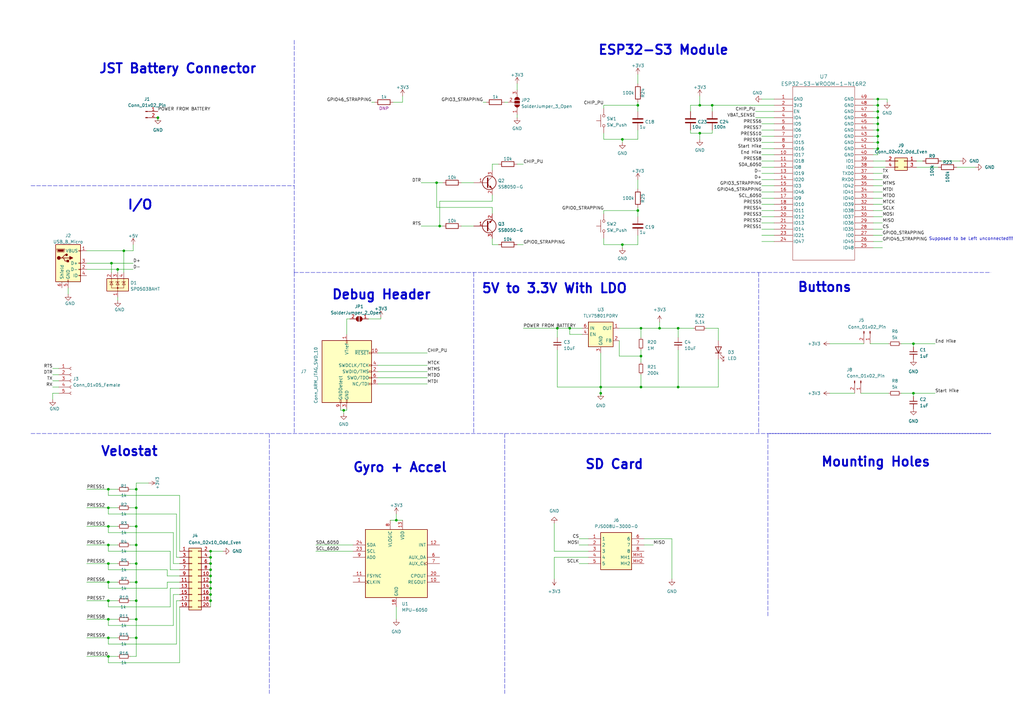
<source format=kicad_sch>
(kicad_sch (version 20231120) (generator "eeschema") (generator_version "8.0")
  (paper "A3")
  (title_block (title "Smart Insole") (date "2023-08-07") (rev "A") (company "ECE 445"))
  (junction (at 261.62 43.18))
  (junction (at 162.56 213.36))
  (junction (at 86.36 228.6))
  (junction (at 86.36 241.3))
  (junction (at 44.45 215.9))
  (junction (at 48.26 110.49))
  (junction (at 360.045 55.88))
  (junction (at 374.65 140.97))
  (junction (at 55.88 254))
  (junction (at 55.88 261.62))
  (junction (at 374.65 161.29))
  (junction (at 86.36 238.76))
  (junction (at 360.045 45.72))
  (junction (at 287.02 43.18))
  (junction (at 360.045 48.26))
  (junction (at 360.045 50.8))
  (junction (at 44.45 223.52))
  (junction (at 246.38 158.75))
  (junction (at 55.88 200.66))
  (junction (at 233.68 134.62))
  (junction (at 55.88 246.38))
  (junction (at 262.89 134.62))
  (junction (at 55.88 223.52))
  (junction (at 287.02 54.61))
  (junction (at 270.51 134.62))
  (junction (at 55.88 231.14))
  (junction (at 140.97 168.275))
  (junction (at 44.45 238.76))
  (junction (at 86.36 231.14))
  (junction (at 55.88 238.76))
  (junction (at 44.45 200.66))
  (junction (at 262.89 146.05))
  (junction (at 180.34 92.71))
  (junction (at 44.45 269.24))
  (junction (at 228.6 134.62))
  (junction (at 246.38 161.29))
  (junction (at 360.045 40.64))
  (junction (at 44.45 246.38))
  (junction (at 278.13 134.62))
  (junction (at 255.27 57.15))
  (junction (at 64.77 48.26))
  (junction (at 44.45 254))
  (junction (at 179.07 74.93))
  (junction (at 360.045 53.34))
  (junction (at 360.045 60.96))
  (junction (at 278.13 158.75))
  (junction (at 55.88 208.28))
  (junction (at 44.45 261.62))
  (junction (at 86.36 243.84))
  (junction (at 86.36 236.22))
  (junction (at 44.45 231.14))
  (junction (at 360.045 43.18))
  (junction (at 86.36 226.06))
  (junction (at 86.36 233.68))
  (junction (at 44.45 208.28))
  (junction (at 255.27 100.33))
  (junction (at 86.36 246.38))
  (junction (at 55.88 215.9))
  (junction (at 292.1 43.18))
  (junction (at 360.045 58.42))
  (junction (at 261.62 86.36))
  (junction (at 45.72 107.95))
  (junction (at 50.8 102.87))
  (junction (at 262.89 158.75))
  (wire (pts (xy 207.01 41.91) (xy 208.28 41.91)))
  (wire (pts (xy 35.56 231.14) (xy 44.45 231.14)))
  (wire (pts (xy 233.68 137.16) (xy 233.68 134.62)))
  (wire (pts (xy 86.36 228.6) (xy 86.36 231.14)))
  (wire (pts (xy 358.14 101.6) (xy 361.95 101.6)))
  (polyline (pts (xy 12.7 177.8) (xy 406.4 177.8)) (stroke (width 0) (type dash)))
  (wire (pts (xy 44.45 271.78) (xy 44.45 269.24)))
  (wire (pts (xy 72.39 246.38) (xy 73.66 246.38)))
  (wire (pts (xy 44.45 264.16) (xy 72.39 264.16)))
  (wire (pts (xy 35.56 254) (xy 44.45 254)))
  (wire (pts (xy 294.64 134.62) (xy 294.64 139.7)))
  (wire (pts (xy 262.89 134.62) (xy 262.89 138.43)))
  (wire (pts (xy 44.45 241.3) (xy 68.58 241.3)))
  (wire (pts (xy 261.62 85.09) (xy 261.62 86.36)))
  (wire (pts (xy 71.12 243.84) (xy 73.66 243.84)))
  (wire (pts (xy 172.72 92.71) (xy 180.34 92.71)))
  (wire (pts (xy 358.14 60.96) (xy 360.045 60.96)))
  (wire (pts (xy 212.09 46.99) (xy 212.09 48.26)))
  (wire (pts (xy 386.08 66.04) (xy 393.7 66.04)))
  (wire (pts (xy 53.34 231.14) (xy 55.88 231.14)))
  (wire (pts (xy 283.21 54.61) (xy 287.02 54.61)))
  (wire (pts (xy 86.36 241.3) (xy 86.36 243.84)))
  (wire (pts (xy 154.94 154.94) (xy 175.26 154.94)))
  (wire (pts (xy 71.12 231.14) (xy 73.66 231.14)))
  (wire (pts (xy 44.45 215.9) (xy 48.26 215.9)))
  (wire (pts (xy 35.56 208.28) (xy 44.45 208.28)))
  (wire (pts (xy 162.56 213.36) (xy 165.1 213.36)))
  (wire (pts (xy 312.42 76.2) (xy 317.5 76.2)))
  (wire (pts (xy 201.93 82.55) (xy 180.34 82.55)))
  (wire (pts (xy 246.38 158.75) (xy 246.38 161.29)))
  (polyline (pts (xy 120.65 111.76) (xy 120.65 177.8)) (stroke (width 0) (type dash)))
  (wire (pts (xy 73.66 271.78) (xy 73.66 248.92)))
  (wire (pts (xy 201.93 97.79) (xy 201.93 100.33)))
  (wire (pts (xy 353.06 161.29) (xy 364.49 161.29)))
  (wire (pts (xy 360.045 60.96) (xy 360.045 58.42)))
  (wire (pts (xy 142.24 168.275) (xy 140.97 168.275)))
  (wire (pts (xy 369.57 140.97) (xy 374.65 140.97)))
  (wire (pts (xy 86.36 243.84) (xy 86.36 246.38)))
  (wire (pts (xy 360.045 63.5) (xy 360.045 60.96)))
  (wire (pts (xy 312.42 58.42) (xy 317.5 58.42)))
  (wire (pts (xy 312.42 53.34) (xy 317.5 53.34)))
  (wire (pts (xy 261.62 43.18) (xy 261.62 45.72)))
  (wire (pts (xy 262.89 146.05) (xy 262.89 148.59)))
  (wire (pts (xy 312.42 73.66) (xy 317.5 73.66)))
  (wire (pts (xy 360.045 55.88) (xy 360.045 53.34)))
  (wire (pts (xy 289.56 134.62) (xy 294.64 134.62)))
  (wire (pts (xy 374.65 161.29) (xy 383.54 161.29)))
  (wire (pts (xy 270.51 134.62) (xy 262.89 134.62)))
  (wire (pts (xy 255.27 100.33) (xy 255.27 101.6)))
  (wire (pts (xy 53.34 261.62) (xy 55.88 261.62)))
  (wire (pts (xy 254 146.05) (xy 262.89 146.05)))
  (wire (pts (xy 201.93 67.31) (xy 201.93 69.85)))
  (wire (pts (xy 283.21 43.18) (xy 287.02 43.18)))
  (wire (pts (xy 255.27 57.15) (xy 255.27 58.42)))
  (wire (pts (xy 247.65 86.36) (xy 261.62 86.36)))
  (wire (pts (xy 55.88 254) (xy 55.88 261.62)))
  (wire (pts (xy 358.14 88.9) (xy 361.95 88.9)))
  (wire (pts (xy 86.36 226.06) (xy 86.36 228.6)))
  (wire (pts (xy 27.94 118.11) (xy 27.94 120.65)))
  (wire (pts (xy 143.51 130.81) (xy 142.24 130.81)))
  (wire (pts (xy 48.26 121.92) (xy 48.26 123.19)))
  (wire (pts (xy 312.42 83.82) (xy 317.5 83.82)))
  (wire (pts (xy 139.7 167.64) (xy 139.7 168.275)))
  (polyline (pts (xy 207.01 177.8) (xy 207.01 284.48)) (stroke (width 0) (type dash)))
  (wire (pts (xy 261.62 30.48) (xy 261.62 34.29)))
  (wire (pts (xy 358.14 50.8) (xy 360.045 50.8)))
  (wire (pts (xy 375.92 66.04) (xy 378.46 66.04)))
  (wire (pts (xy 142.24 167.64) (xy 142.24 168.275)))
  (wire (pts (xy 53.34 269.24) (xy 55.88 269.24)))
  (wire (pts (xy 309.88 45.72) (xy 317.5 45.72)))
  (wire (pts (xy 44.45 210.82) (xy 72.39 210.82)))
  (wire (pts (xy 360.045 53.34) (xy 360.045 50.8)))
  (wire (pts (xy 312.42 78.74) (xy 317.5 78.74)))
  (wire (pts (xy 254 139.7) (xy 254 146.05)))
  (wire (pts (xy 278.13 143.51) (xy 278.13 158.75)))
  (wire (pts (xy 44.45 233.68) (xy 44.45 231.14)))
  (wire (pts (xy 44.45 218.44) (xy 44.45 215.9)))
  (wire (pts (xy 246.38 144.78) (xy 246.38 158.75)))
  (wire (pts (xy 69.85 233.68) (xy 73.66 233.68)))
  (wire (pts (xy 270.51 132.08) (xy 270.51 134.62)))
  (wire (pts (xy 44.45 203.2) (xy 44.45 200.66)))
  (wire (pts (xy 358.14 96.52) (xy 361.95 96.52)))
  (wire (pts (xy 237.49 231.14) (xy 241.3 231.14)))
  (wire (pts (xy 86.36 236.22) (xy 86.36 238.76)))
  (polyline (pts (xy 12.7 76.2) (xy 120.65 76.2)) (stroke (width 0) (type dash)))
  (wire (pts (xy 369.57 161.29) (xy 374.65 161.29)))
  (wire (pts (xy 64.77 48.26) (xy 64.77 49.53)))
  (wire (pts (xy 73.66 226.06) (xy 73.66 203.2)))
  (wire (pts (xy 247.65 97.79) (xy 247.65 100.33)))
  (wire (pts (xy 292.1 43.18) (xy 317.5 43.18)))
  (wire (pts (xy 227.33 228.6) (xy 241.3 228.6)))
  (wire (pts (xy 35.56 200.66) (xy 44.45 200.66)))
  (wire (pts (xy 21.59 153.67) (xy 24.13 153.67)))
  (wire (pts (xy 44.45 231.14) (xy 48.26 231.14)))
  (wire (pts (xy 71.12 218.44) (xy 44.45 218.44)))
  (wire (pts (xy 241.3 226.06) (xy 227.33 226.06)))
  (wire (pts (xy 237.49 220.98) (xy 241.3 220.98)))
  (wire (pts (xy 54.61 100.33) (xy 54.61 102.87)))
  (wire (pts (xy 44.45 264.16) (xy 44.45 261.62)))
  (wire (pts (xy 154.94 152.4) (xy 175.26 152.4)))
  (wire (pts (xy 129.54 223.52) (xy 144.78 223.52)))
  (wire (pts (xy 264.16 223.52) (xy 267.97 223.52)))
  (wire (pts (xy 278.13 134.62) (xy 284.48 134.62)))
  (wire (pts (xy 179.07 85.09) (xy 179.07 74.93)))
  (wire (pts (xy 312.42 63.5) (xy 317.5 63.5)))
  (wire (pts (xy 50.8 102.87) (xy 54.61 102.87)))
  (wire (pts (xy 360.045 40.64) (xy 363.855 40.64)))
  (wire (pts (xy 55.88 223.52) (xy 55.88 231.14)))
  (wire (pts (xy 358.14 71.12) (xy 361.95 71.12)))
  (wire (pts (xy 360.045 48.26) (xy 360.045 45.72)))
  (wire (pts (xy 35.56 102.87) (xy 50.8 102.87)))
  (wire (pts (xy 261.62 100.33) (xy 255.27 100.33)))
  (wire (pts (xy 278.13 138.43) (xy 278.13 134.62)))
  (wire (pts (xy 228.6 134.62) (xy 228.6 138.43)))
  (wire (pts (xy 358.14 81.28) (xy 361.95 81.28)))
  (wire (pts (xy 358.14 63.5) (xy 360.045 63.5)))
  (wire (pts (xy 44.45 203.2) (xy 73.66 203.2)))
  (wire (pts (xy 246.38 158.75) (xy 262.89 158.75)))
  (wire (pts (xy 287.02 54.61) (xy 292.1 54.61)))
  (wire (pts (xy 358.14 55.88) (xy 360.045 55.88)))
  (wire (pts (xy 237.49 223.52) (xy 241.3 223.52)))
  (wire (pts (xy 340.36 140.97) (xy 354.33 140.97)))
  (wire (pts (xy 228.6 143.51) (xy 228.6 158.75)))
  (wire (pts (xy 358.14 53.34) (xy 360.045 53.34)))
  (wire (pts (xy 44.45 226.06) (xy 44.45 223.52)))
  (wire (pts (xy 48.26 110.49) (xy 48.26 111.76)))
  (wire (pts (xy 358.14 86.36) (xy 361.95 86.36)))
  (wire (pts (xy 86.36 233.68) (xy 86.36 236.22)))
  (wire (pts (xy 48.26 110.49) (xy 54.61 110.49)))
  (wire (pts (xy 228.6 158.75) (xy 246.38 158.75)))
  (wire (pts (xy 55.88 246.38) (xy 55.88 254)))
  (wire (pts (xy 154.94 157.48) (xy 175.26 157.48)))
  (wire (pts (xy 358.14 76.2) (xy 361.95 76.2)))
  (wire (pts (xy 233.68 134.62) (xy 238.76 134.62)))
  (wire (pts (xy 287.02 54.61) (xy 287.02 57.15)))
  (wire (pts (xy 55.88 215.9) (xy 55.88 223.52)))
  (wire (pts (xy 275.59 220.98) (xy 264.16 220.98)))
  (wire (pts (xy 360.045 40.64) (xy 360.045 43.18)))
  (wire (pts (xy 55.88 238.76) (xy 55.88 246.38)))
  (wire (pts (xy 358.14 91.44) (xy 361.95 91.44)))
  (wire (pts (xy 261.62 86.36) (xy 261.62 88.9)))
  (wire (pts (xy 69.85 226.06) (xy 69.85 233.68)))
  (wire (pts (xy 358.14 83.82) (xy 361.95 83.82)))
  (wire (pts (xy 53.34 215.9) (xy 55.88 215.9)))
  (wire (pts (xy 201.93 87.63) (xy 201.93 85.09)))
  (wire (pts (xy 129.54 226.06) (xy 144.78 226.06)))
  (wire (pts (xy 172.72 74.93) (xy 179.07 74.93)))
  (wire (pts (xy 262.89 153.67) (xy 262.89 158.75)))
  (wire (pts (xy 261.62 41.91) (xy 261.62 43.18)))
  (wire (pts (xy 72.39 228.6) (xy 73.66 228.6)))
  (wire (pts (xy 44.45 233.68) (xy 68.58 233.68)))
  (wire (pts (xy 140.97 168.275) (xy 140.97 169.545)))
  (wire (pts (xy 179.07 74.93) (xy 181.61 74.93)))
  (wire (pts (xy 358.14 73.66) (xy 361.95 73.66)))
  (wire (pts (xy 72.39 210.82) (xy 72.39 228.6)))
  (wire (pts (xy 312.42 91.44) (xy 317.5 91.44)))
  (wire (pts (xy 44.45 248.92) (xy 44.45 246.38)))
  (wire (pts (xy 358.14 48.26) (xy 360.045 48.26)))
  (wire (pts (xy 212.09 67.31) (xy 214.63 67.31)))
  (wire (pts (xy 292.1 53.34) (xy 292.1 54.61)))
  (wire (pts (xy 247.65 57.15) (xy 255.27 57.15)))
  (wire (pts (xy 53.34 223.52) (xy 55.88 223.52)))
  (wire (pts (xy 358.14 40.64) (xy 360.045 40.64)))
  (wire (pts (xy 247.65 43.18) (xy 261.62 43.18)))
  (wire (pts (xy 86.36 231.14) (xy 86.36 233.68)))
  (wire (pts (xy 312.42 68.58) (xy 317.5 68.58)))
  (wire (pts (xy 55.88 208.28) (xy 55.88 215.9)))
  (wire (pts (xy 53.34 208.28) (xy 55.88 208.28)))
  (wire (pts (xy 275.59 220.98) (xy 275.59 237.49)))
  (wire (pts (xy 358.14 99.06) (xy 361.95 99.06)))
  (wire (pts (xy 261.62 73.66) (xy 261.62 77.47)))
  (wire (pts (xy 35.56 246.38) (xy 44.45 246.38)))
  (wire (pts (xy 21.59 161.29) (xy 21.59 163.83)))
  (wire (pts (xy 261.62 96.52) (xy 261.62 100.33)))
  (wire (pts (xy 312.42 86.36) (xy 317.5 86.36)))
  (wire (pts (xy 68.58 238.76) (xy 73.66 238.76)))
  (wire (pts (xy 238.76 137.16) (xy 233.68 137.16)))
  (wire (pts (xy 261.62 57.15) (xy 255.27 57.15)))
  (wire (pts (xy 227.33 226.06) (xy 227.33 214.63)))
  (wire (pts (xy 212.09 100.33) (xy 214.63 100.33)))
  (wire (pts (xy 294.64 158.75) (xy 278.13 158.75)))
  (wire (pts (xy 68.58 233.68) (xy 68.58 236.22)))
  (wire (pts (xy 358.14 45.72) (xy 360.045 45.72)))
  (wire (pts (xy 161.29 41.91) (xy 165.1 41.91)))
  (wire (pts (xy 55.88 261.62) (xy 55.88 269.24)))
  (wire (pts (xy 72.39 264.16) (xy 72.39 246.38)))
  (wire (pts (xy 312.42 93.98) (xy 317.5 93.98)))
  (wire (pts (xy 374.65 161.29) (xy 374.65 162.56)))
  (wire (pts (xy 86.36 246.38) (xy 86.36 248.92)))
  (wire (pts (xy 35.56 261.62) (xy 44.45 261.62)))
  (wire (pts (xy 180.34 82.55) (xy 180.34 92.71)))
  (polyline (pts (xy 194.31 111.76) (xy 194.31 177.8)) (stroke (width 0) (type dash)))
  (wire (pts (xy 283.21 45.72) (xy 283.21 43.18)))
  (wire (pts (xy 358.14 58.42) (xy 360.045 58.42)))
  (wire (pts (xy 162.56 210.82) (xy 162.56 213.36)))
  (wire (pts (xy 154.94 149.86) (xy 175.26 149.86)))
  (wire (pts (xy 44.45 238.76) (xy 44.45 241.3)))
  (wire (pts (xy 45.72 107.95) (xy 45.72 111.76)))
  (wire (pts (xy 69.85 248.92) (xy 69.85 241.3)))
  (wire (pts (xy 374.65 140.97) (xy 374.65 142.24)))
  (wire (pts (xy 247.65 54.61) (xy 247.65 57.15)))
  (wire (pts (xy 24.13 161.29) (xy 21.59 161.29)))
  (wire (pts (xy 247.65 44.45) (xy 247.65 43.18)))
  (wire (pts (xy 180.34 92.71) (xy 181.61 92.71)))
  (wire (pts (xy 142.24 130.81) (xy 142.24 137.16)))
  (wire (pts (xy 21.59 151.13) (xy 24.13 151.13)))
  (wire (pts (xy 392.43 68.58) (xy 400.05 68.58)))
  (wire (pts (xy 360.045 50.8) (xy 360.045 48.26)))
  (wire (pts (xy 71.12 218.44) (xy 71.12 231.14)))
  (wire (pts (xy 91.44 226.06) (xy 86.36 226.06)))
  (wire (pts (xy 44.45 208.28) (xy 48.26 208.28)))
  (wire (pts (xy 71.12 256.54) (xy 71.12 243.84)))
  (wire (pts (xy 86.36 238.76) (xy 86.36 241.3)))
  (wire (pts (xy 358.14 68.58) (xy 363.22 68.58)))
  (wire (pts (xy 151.13 130.81) (xy 156.21 130.81)))
  (wire (pts (xy 21.59 156.21) (xy 24.13 156.21)))
  (wire (pts (xy 201.93 80.01) (xy 201.93 82.55)))
  (wire (pts (xy 44.45 271.78) (xy 73.66 271.78)))
  (wire (pts (xy 44.45 269.24) (xy 48.26 269.24)))
  (polyline (pts (xy 120.65 111.76) (xy 406.4 111.76)) (stroke (width 0) (type dash)))
  (polyline (pts (xy 110.49 177.8) (xy 110.49 284.48)) (stroke (width 0) (type dash)))
  (wire (pts (xy 227.33 228.6) (xy 227.33 237.49)))
  (wire (pts (xy 35.56 215.9) (xy 44.45 215.9)))
  (wire (pts (xy 69.85 241.3) (xy 73.66 241.3)))
  (wire (pts (xy 287.02 39.37) (xy 287.02 43.18)))
  (wire (pts (xy 53.34 254) (xy 55.88 254)))
  (wire (pts (xy 204.47 67.31) (xy 201.93 67.31)))
  (wire (pts (xy 312.42 96.52) (xy 317.5 96.52)))
  (wire (pts (xy 44.45 254) (xy 48.26 254)))
  (wire (pts (xy 189.23 74.93) (xy 194.31 74.93)))
  (wire (pts (xy 312.42 81.28) (xy 317.5 81.28)))
  (wire (pts (xy 247.65 87.63) (xy 247.65 86.36)))
  (wire (pts (xy 262.89 143.51) (xy 262.89 146.05)))
  (wire (pts (xy 160.02 213.36) (xy 162.56 213.36)))
  (wire (pts (xy 35.56 110.49) (xy 48.26 110.49)))
  (wire (pts (xy 375.92 68.58) (xy 384.81 68.58)))
  (wire (pts (xy 201.93 100.33) (xy 204.47 100.33)))
  (wire (pts (xy 44.45 256.54) (xy 71.12 256.54)))
  (wire (pts (xy 55.88 198.12) (xy 60.96 198.12)))
  (wire (pts (xy 363.855 41.91) (xy 363.855 40.64)))
  (wire (pts (xy 44.45 226.06) (xy 69.85 226.06)))
  (wire (pts (xy 44.45 210.82) (xy 44.45 208.28)))
  (wire (pts (xy 360.045 43.18) (xy 358.14 43.18)))
  (wire (pts (xy 53.34 238.76) (xy 55.88 238.76)))
  (wire (pts (xy 53.34 200.66) (xy 55.88 200.66)))
  (wire (pts (xy 360.045 45.72) (xy 360.045 43.18)))
  (wire (pts (xy 55.88 231.14) (xy 55.88 238.76)))
  (wire (pts (xy 156.21 130.175) (xy 156.21 130.81)))
  (wire (pts (xy 312.42 60.96) (xy 317.5 60.96)))
  (polyline (pts (xy 120.65 16.51) (xy 120.65 111.76)) (stroke (width 0) (type dash)))
  (wire (pts (xy 283.21 53.34) (xy 283.21 54.61)))
  (wire (pts (xy 44.45 248.92) (xy 69.85 248.92)))
  (wire (pts (xy 312.42 50.8) (xy 317.5 50.8)))
  (wire (pts (xy 294.64 147.32) (xy 294.64 158.75)))
  (wire (pts (xy 50.8 102.87) (xy 50.8 111.76)))
  (wire (pts (xy 358.14 78.74) (xy 361.95 78.74)))
  (wire (pts (xy 228.6 134.62) (xy 233.68 134.62)))
  (wire (pts (xy 312.42 40.64) (xy 317.5 40.64)))
  (wire (pts (xy 55.88 200.66) (xy 55.88 208.28)))
  (wire (pts (xy 189.23 92.71) (xy 194.31 92.71)))
  (wire (pts (xy 44.45 246.38) (xy 48.26 246.38)))
  (wire (pts (xy 312.42 71.12) (xy 317.5 71.12)))
  (wire (pts (xy 261.62 53.34) (xy 261.62 57.15)))
  (wire (pts (xy 312.42 88.9) (xy 317.5 88.9)))
  (polyline (pts (xy 406.4 177.8) (xy 314.96 177.8)) (stroke (width 0) (type dash)))
  (wire (pts (xy 309.88 48.26) (xy 317.5 48.26)))
  (wire (pts (xy 312.42 55.88) (xy 317.5 55.88)))
  (wire (pts (xy 312.42 66.04) (xy 317.5 66.04)))
  (wire (pts (xy 35.56 223.52) (xy 44.45 223.52)))
  (wire (pts (xy 55.88 198.12) (xy 55.88 200.66)))
  (wire (pts (xy 44.45 256.54) (xy 44.45 254)))
  (wire (pts (xy 44.45 261.62) (xy 48.26 261.62)))
  (wire (pts (xy 44.45 223.52) (xy 48.26 223.52)))
  (wire (pts (xy 262.89 134.62) (xy 254 134.62)))
  (wire (pts (xy 21.59 158.75) (xy 24.13 158.75)))
  (wire (pts (xy 374.65 140.97) (xy 383.54 140.97)))
  (wire (pts (xy 162.56 248.92) (xy 162.56 254)))
  (wire (pts (xy 358.14 93.98) (xy 361.95 93.98)))
  (wire (pts (xy 201.93 85.09) (xy 179.07 85.09)))
  (polyline (pts (xy 311.15 111.76) (xy 311.15 177.8)) (stroke (width 0) (type dash)))
  (wire (pts (xy 212.09 34.29) (xy 212.09 36.83)))
  (wire (pts (xy 35.56 269.24) (xy 44.45 269.24)))
  (wire (pts (xy 68.58 236.22) (xy 73.66 236.22)))
  (wire (pts (xy 35.56 107.95) (xy 45.72 107.95)))
  (wire (pts (xy 198.12 41.91) (xy 199.39 41.91)))
  (wire (pts (xy 35.56 238.76) (xy 44.45 238.76)))
  (wire (pts (xy 44.45 238.76) (xy 48.26 238.76)))
  (wire (pts (xy 340.36 161.29) (xy 350.52 161.29)))
  (wire (pts (xy 154.94 144.78) (xy 175.26 144.78)))
  (wire (pts (xy 292.1 43.18) (xy 292.1 45.72)))
  (wire (pts (xy 287.02 43.18) (xy 292.1 43.18)))
  (wire (pts (xy 165.1 39.37) (xy 165.1 41.91)))
  (wire (pts (xy 247.65 100.33) (xy 255.27 100.33)))
  (wire (pts (xy 356.87 140.97) (xy 364.49 140.97)))
  (wire (pts (xy 139.7 168.275) (xy 140.97 168.275)))
  (wire (pts (xy 44.45 200.66) (xy 48.26 200.66)))
  (wire (pts (xy 45.72 107.95) (xy 54.61 107.95)))
  (wire (pts (xy 214.63 134.62) (xy 228.6 134.62)))
  (wire (pts (xy 360.045 58.42) (xy 360.045 55.88)))
  (wire (pts (xy 68.58 241.3) (xy 68.58 238.76)))
  (wire (pts (xy 246.38 161.29) (xy 246.38 162.56)))
  (wire (pts (xy 278.13 134.62) (xy 270.51 134.62)))
  (wire (pts (xy 262.89 158.75) (xy 278.13 158.75)))
  (wire (pts (xy 358.14 66.04) (xy 363.22 66.04)))
  (polyline (pts (xy 314.96 177.8) (xy 314.96 252.73)) (stroke (width 0) (type dash)))
  (wire (pts (xy 312.42 99.06) (xy 317.5 99.06)))
  (wire (pts (xy 53.34 246.38) (xy 55.88 246.38)))
  (wire (pts (xy 152.4 41.91) (xy 153.67 41.91)))
  (text "JST Battery Connector" (at 40.386 30.48 0) (effects (font (size 3.81 3.81) (thickness 0.762) (bold yes)) (justify left bottom)))
  (text "Buttons" (at 326.898 120.142 0) (effects (font (size 3.81 3.81) (thickness 0.762) (bold yes)) (justify left bottom)))
  (text "SD Card" (at 239.776 192.786 0) (effects (font (size 3.81 3.81) (thickness 0.762) (bold yes)) (justify left bottom)))
  (text "Velostat" (at 41.148 187.452 0) (effects (font (size 3.81 3.81) (thickness 0.762) (bold yes)) (justify left bottom)))
  (text "ESP32-S3 Module" (at 245.11 22.86 0) (effects (font (size 3.81 3.81) (thickness 0.762) (bold yes)) (justify left bottom)))
  (text "Gyro + Accel" (at 144.526 194.056 0) (effects (font (size 3.81 3.81) (thickness 0.762) (bold yes)) (justify left bottom)))
  (text "Debug Header" (at 135.89 123.19 0) (effects (font (size 3.81 3.81) (thickness 0.762) (bold yes)) (justify left bottom)))
  (text "Supposed to be Left unconnected!!!" (at 398.272 98.044 0) (effects (font (size 1.27 1.27))))
  (text "Mounting Holes" (at 336.55 191.77 0) (effects (font (size 3.81 3.81) (thickness 0.762) (bold yes)) (justify left bottom)))
  (text "5V to 3.3V With LDO" (at 197.358 120.65 0) (effects (font (size 3.81 3.81) (thickness 0.762) (bold yes)) (justify left bottom)))
  (text "I/O" (at 52.07 86.36 0) (effects (font (size 3.81 3.81) (thickness 0.762) (bold yes)) (justify left bottom)))
  (label "PRESS9" (at 312.42 58.42 180))
  (label "PRESS6" (at 312.42 50.8 180))
  (label "CHIP_PU" (at 214.63 67.31 0))
  (label "CS" (at 237.49 220.98 180))
  (label "SCL_6050" (at 129.54 226.06 0))
  (label "PRESS4" (at 35.56 223.52 0))
  (label "PRESS8" (at 312.42 66.04 180))
  (label "RX" (at 21.59 158.75 180))
  (label "RX" (at 361.95 73.66 0))
  (label "TX" (at 21.59 156.21 180))
  (label "GPIO45_STRAPPING" (at 361.95 99.06 0))
  (label "PRESS3" (at 312.42 88.9 180))
  (label "GPIO3_STRAPPING" (at 312.42 76.2 180))
  (label "GPIO46_STRAPPING" (at 312.42 78.74 180))
  (label "PRESS3" (at 35.56 215.9 0))
  (label "RTS" (at 21.59 151.13 180))
  (label "D-" (at 54.61 110.49 0))
  (label "SCLK" (at 237.49 231.14 180))
  (label "CHIP_PU" (at 175.26 144.78 0))
  (label "PRESS10" (at 35.56 269.24 0))
  (label "CHIP_PU" (at 247.65 43.18 180))
  (label "PRESS1" (at 312.42 93.98 180))
  (label "D+" (at 54.61 107.95 0))
  (label "PRESS7" (at 312.42 53.34 180))
  (label "MTCK" (at 361.95 83.82 0))
  (label "POWER FROM BATTERY" (at 214.63 134.62 0))
  (label "TX" (at 361.95 71.12 0))
  (label "Start Hike" (at 312.42 60.96 180))
  (label "SCL_6050" (at 312.42 81.28 180))
  (label "VBAT_SENSE" (at 309.88 48.26 180))
  (label "D+" (at 312.42 73.66 180))
  (label "GPIO0_STRAPPING" (at 247.65 86.36 180))
  (label "PRESS6" (at 35.56 238.76 0))
  (label "Start Hike" (at 383.54 161.29 0))
  (label "CS" (at 361.95 93.98 0))
  (label "MISO" (at 267.97 223.52 0))
  (label "D-" (at 312.42 71.12 180))
  (label "MTMS" (at 361.95 76.2 0))
  (label "MTDO" (at 361.95 81.28 0))
  (label "PRESS4" (at 312.42 86.36 180))
  (label "SDA_6050" (at 129.54 223.52 0))
  (label "GPIO46_STRAPPING" (at 152.4 41.91 180))
  (label "POWER FROM BATTERY" (at 64.77 45.72 0))
  (label "MTDI" (at 175.26 157.48 0))
  (label "PRESS2" (at 35.56 208.28 0))
  (label "MTDI" (at 361.95 78.74 0))
  (label "PRESS2" (at 312.42 91.44 180))
  (label "CHIP_PU" (at 309.88 45.72 180))
  (label "MOSI" (at 361.95 88.9 0))
  (label "PRESS5" (at 35.56 231.14 0))
  (label "MISO" (at 361.95 91.44 0))
  (label "MOSI" (at 237.49 223.52 180))
  (label "GPIO3_STRAPPING" (at 198.12 41.91 180))
  (label "PRESS7" (at 35.56 246.38 0))
  (label "MTDO" (at 175.26 154.94 0))
  (label "DTR" (at 172.72 74.93 180))
  (label "PRESS8" (at 35.56 254 0))
  (label "PRESS9" (at 35.56 261.62 0))
  (label "PRESS5" (at 312.42 83.82 180))
  (label "End Hike" (at 312.42 63.5 180))
  (label "MTCK" (at 175.26 149.86 0))
  (label "End Hike" (at 383.54 140.97 0))
  (label "DTR" (at 21.59 153.67 180))
  (label "PRESS1" (at 35.56 200.66 0))
  (label "GPIO0_STRAPPING" (at 214.63 100.33 0))
  (label "PRESS10" (at 312.42 55.88 180))
  (label "RTS" (at 172.72 92.71 180))
  (label "SCLK" (at 361.95 86.36 0))
  (label "MTMS" (at 175.26 152.4 0))
  (label "SDA_6050" (at 312.42 68.58 180))
  (label "GPIO0_STRAPPING" (at 361.95 96.52 0))
  (symbol (lib_id "Device:C_Small") (at 278.13 140.97 0) (unit 1)
    (property "Reference" "C4" (at 280.67 140.3413 0) (effects (justify left)))
    (property "Value" "10uF" (at 280.67 142.8813 0) (effects (justify left)))
    (property "Footprint" "Capacitor_SMD:C_0805_2012Metric" (effects (hide yes)))
  )
  (symbol (lib_id "power:GND") (at 212.09 48.26 0) (unit 1)
    (property "Reference" "#PWR043" (effects (hide yes)))
    (property "Value" "GND" (at 212.09 52.7034 0))
  )
  (symbol (lib_id "Connector:Conn_01x05_Female") (at 29.21 156.21 0) (unit 1)
    (property "Reference" "J3" (at 29.9212 155.3753 0) (effects (justify left)))
    (property "Value" "Conn_01x05_Female" (at 29.9212 157.9122 0) (effects (justify left)))
    (property "Footprint" "Connector_PinHeader_2.54mm:PinHeader_1x05_P2.54mm_Vertical" (effects (hide yes)))
  )
  (symbol (lib_id "Device:R_Small") (at 262.89 140.97 180) (unit 1)
    (property "Reference" "R20" (at 265.43 140.335 0) (effects (justify right)))
    (property "Value" "1M" (at 265.43 142.875 0) (effects (justify right)))
    (property "Footprint" "Resistor_SMD:R_0603_1608Metric" (effects (hide yes)))
  )
  (symbol (lib_id "basic:C") (at 283.21 49.53 0) (unit 1)
    (property "Reference" "C23" (at 286.131 49.9638 0) (effects (justify left)))
    (property "Value" "10u" (at 283.845 52.07 0) (effects (justify left)))
    (property "Footprint" "Capacitor_SMD:C_0805_2012Metric" (effects (hide yes)))
  )
  (symbol (lib_id "Device:R_Small") (at 50.8 200.66 90) (unit 1)
    (property "Reference" "R1" (at 50.8 199.39 90))
    (property "Value" "1k" (at 50.8 203.2 90))
    (property "Footprint" "Resistor_SMD:R_0805_2012Metric" (effects (hide yes)))
  )
  (symbol (lib_id "power:GND") (at 64.77 48.26 0) (unit 1)
    (property "Reference" "#PWR013" (effects (hide yes)))
    (property "Value" "GND" (at 64.77 53.34 0))
  )
  (symbol (lib_id "Device:R_Small") (at 50.8 261.62 90) (unit 1)
    (property "Reference" "R15" (at 50.8 260.35 90))
    (property "Value" "1k" (at 50.8 264.16 90))
    (property "Footprint" "Resistor_SMD:R_0805_2012Metric" (effects (hide yes)))
  )
  (symbol (lib_id "basic:C") (at 292.1 49.53 0) (unit 1)
    (property "Reference" "C24" (at 295.021 49.9638 0) (effects (justify left)))
    (property "Value" "100n" (at 292.735 52.07 0) (effects (justify left)))
    (property "Footprint" "Capacitor_SMD:C_0805_2012Metric" (effects (hide yes)))
  )
  (symbol (lib_id "Jumper:SolderJumper_3_Open") (at 212.09 41.91 270) (mirror x) (unit 1)
    (property "Reference" "JP2" (at 213.741 41.0753 90) (effects (justify left)))
    (property "Value" "SolderJumper_3_Open" (at 213.741 43.6122 90) (effects (justify left)))
    (property "Footprint" "Jumper:SolderJumper-3_P2.0mm_Open_TrianglePad1.0x1.5mm" (effects (hide yes)))
  )
  (symbol (lib_id "basic:R") (at 208.28 100.33 90) (unit 1)
    (property "Reference" "R19" (effects (hide yes)))
    (property "Value" "10k" (at 208.28 98.1512 90))
    (property "Footprint" "Resistor_SMD:R_0805_2012Metric" (effects (hide yes)))
  )
  (symbol (lib_id "basic:R") (at 382.27 66.04 90) (unit 1)
    (property "Reference" "R9" (at 382.27 64.008 90))
    (property "Value" "100k" (at 382.27 72.39 0) (effects (justify left)))
    (property "Footprint" "Resistor_SMD:R_0805_2012Metric" (effects (hide yes)))
  )
  (symbol (lib_id "power:+3V3") (at 340.36 140.97 90) (unit 1)
    (property "Reference" "#PWR016" (effects (hide yes)))
    (property "Value" "+3V3" (at 336.55 140.9699 90) (effects (justify left)))
  )
  (symbol (lib_id "Device:C_Small") (at 374.65 144.78 0) (unit 1)
    (property "Reference" "C1" (at 377.19 143.5162 0) (effects (justify left)))
    (property "Value" "1uF" (at 377.19 146.0562 0) (effects (justify left)))
    (property "Footprint" "Capacitor_SMD:C_0805_2012Metric" (effects (hide yes)))
  )
  (symbol (lib_id "power:GND") (at 255.27 58.42 0) (unit 1)
    (property "Reference" "#PWR051" (effects (hide yes)))
    (property "Value" "GND" (at 255.27 62.8634 0))
  )
  (symbol (lib_id "power:+3V3") (at 261.62 30.48 0) (unit 1)
    (property "Reference" "#PWR054" (effects (hide yes)))
    (property "Value" "+3V3" (at 261.62 26.9042 0))
  )
  (symbol (lib_id "basic:R") (at 185.42 92.71 90) (unit 1)
    (property "Reference" "R14" (effects (hide yes)))
    (property "Value" "10k" (at 185.42 90.5312 90))
    (property "Footprint" "Resistor_SMD:R_0805_2012Metric" (effects (hide yes)))
  )
  (symbol (lib_id "power:+3V3") (at 162.56 210.82 0) (unit 1)
    (property "Reference" "#PWR011" (effects (hide yes)))
    (property "Value" "+3V3" (at 162.56 207.2442 0))
  )
  (symbol (lib_id "Device:R_Small") (at 50.8 269.24 90) (unit 1)
    (property "Reference" "R16" (at 50.8 267.97 90))
    (property "Value" "1k" (at 50.8 271.78 90))
    (property "Footprint" "Resistor_SMD:R_0805_2012Metric" (effects (hide yes)))
  )
  (symbol (lib_id "power:GND") (at 363.855 41.91 0) (unit 1)
    (property "Reference" "#PWR068" (effects (hide yes)))
    (property "Value" "GND" (at 363.855 46.3534 0))
  )
  (symbol (lib_id "power:GND") (at 27.94 120.65 0) (unit 1)
    (property "Reference" "#PWR04" (effects (hide yes)))
    (property "Value" "GND" (at 26.67 124.46 0) (effects (justify left)))
  )
  (symbol (lib_id "power:GND") (at 393.7 66.04 90) (unit 1)
    (property "Reference" "#PWR020" (effects (hide yes)))
    (property "Value" "GND" (at 397.51 66.0399 90) (effects (justify right)))
  )
  (symbol (lib_id "Connector:USB_B_Micro") (at 27.94 107.95 0) (unit 1)
    (property "Reference" "J2" (at 27.94 96.6302 0))
    (property "Value" "USB_B_Micro" (at 27.94 99.1671 0))
    (property "Footprint" "Connector_USB:USB_Micro-B_Amphenol_10118194_Horizontal" (effects (hide yes)))
  )
  (symbol (lib_id "Regulator_Linear:TLV75801PDRV") (at 246.38 137.16 0) (unit 1)
    (property "Reference" "U3" (at 246.38 127 0))
    (property "Value" "TLV75801PDRV" (at 246.38 129.54 0))
    (property "Footprint" "Package_SON:WSON-6-1EP_2x2mm_P0.65mm_EP1x1.6mm" (effects (hide yes)))
    (property "Datasheet" "https://www.ti.com/lit/ds/symlink/tlv758p.pdf" (effects (hide yes)))
  )
  (symbol (lib_id "Device:R_Small") (at 50.8 223.52 90) (unit 1)
    (property "Reference" "R4" (at 50.8 222.25 90))
    (property "Value" "1k" (at 50.8 226.06 90))
    (property "Footprint" "Resistor_SMD:R_0805_2012Metric" (effects (hide yes)))
  )
  (symbol (lib_id "Device:R_Small") (at 50.8 231.14 90) (unit 1)
    (property "Reference" "R5" (at 50.8 229.87 90))
    (property "Value" "1k" (at 50.8 233.68 90))
    (property "Footprint" "Resistor_SMD:R_0805_2012Metric" (effects (hide yes)))
  )
  (symbol (lib_id "Connector:Conn_01x02_Pin") (at 59.69 45.72 0) (unit 1)
    (property "Reference" "J1" (at 60.325 40.64 0))
    (property "Value" "Conn_01x02_Pin" (at 60.325 43.18 0))
    (property "Footprint" "Connector_JST:JST_PH_B2B-PH-K_1x02_P2.00mm_Vertical" (effects (hide yes)))
    (property "Description" "Generic connector, single row, 01x02, script generated" (effects (hide yes)))
  )
  (symbol (lib_id "basic:R") (at 208.28 67.31 90) (unit 1)
    (property "Reference" "R18" (effects (hide yes)))
    (property "Value" "10k" (at 208.28 65.1312 90))
    (property "Footprint" "Resistor_SMD:R_0805_2012Metric" (effects (hide yes)))
  )
  (symbol (lib_id "Device:R_Small") (at 287.02 134.62 90) (unit 1)
    (property "Reference" "R22" (at 287.02 129.54 90))
    (property "Value" "5.1k" (at 287.02 132.08 90))
    (property "Footprint" "Resistor_SMD:R_0603_1608Metric" (effects (hide yes)))
  )
  (symbol (lib_id "power:GND") (at 287.02 57.15 0) (unit 1)
    (property "Reference" "#PWR063" (effects (hide yes)))
    (property "Value" "GND" (at 287.02 61.5934 0))
  )
  (symbol (lib_id "power:GND") (at 140.97 169.545 0) (unit 1)
    (property "Reference" "#PWR030" (effects (hide yes)))
    (property "Value" "GND" (at 140.97 173.99 0))
  )
  (symbol (lib_name "+3V3_1") (lib_id "power:+3V3") (at 227.33 237.49 180) (unit 1)
    (property "Reference" "#PWR010" (effects (hide yes)))
    (property "Value" "+3V3" (at 227.33 242.57 0))
    (property "Description" "Power symbol creates a global label with name \"+3V3\"" (effects (hide yes)))
  )
  (symbol (lib_id "power:GND") (at 374.65 167.64 0) (unit 1)
    (property "Reference" "#PWR019" (effects (hide yes)))
    (property "Value" "GND" (at 374.65 172.72 0))
  )
  (symbol (lib_id "power:+5V") (at 54.61 100.33 0) (unit 1)
    (property "Reference" "#PWR09" (effects (hide yes)))
    (property "Value" "+5V" (at 54.61 96.7542 0))
  )
  (symbol (lib_id "power:GND") (at 21.59 163.83 0) (unit 1)
    (property "Reference" "#PWR01" (effects (hide yes)))
    (property "Value" "GND" (at 20.32 167.64 0) (effects (justify left)))
  )
  (symbol (lib_id "Connector_Generic:Conn_02x02_Odd_Even") (at 370.84 66.04 0) (mirror y) (unit 1)
    (property "Reference" "J9" (at 369.57 59.69 0))
    (property "Value" "Conn_02x02_Odd_Even" (at 369.57 62.23 0))
    (property "Footprint" "Connector_PinHeader_2.54mm:PinHeader_2x02_P2.54mm_Vertical" (effects (hide yes)))
    (property "Description" "Generic connector, double row, 02x02, odd/even pin numbering scheme (row 1 odd numbers, row 2 even numbers), script generated (kicad-library-utils/schlib/autogen/connector/)" (effects (hide yes)))
  )
  (symbol (lib_name "GND_1") (lib_id "power:GND") (at 162.56 254 0) (unit 1)
    (property "Reference" "#PWR06" (effects (hide yes)))
    (property "Value" "GND" (at 162.56 259.08 0))
    (property "Description" "Power symbol creates a global label with name \"GND\" , ground" (effects (hide yes)))
  )
  (symbol (lib_id "Connector:Conn_01x02_Pin") (at 356.87 135.89 270) (unit 1)
    (property "Reference" "J5" (at 352.044 131.318 90) (effects (justify left)))
    (property "Value" "Conn_01x02_Pin" (at 347.726 134.112 90) (effects (justify left)))
    (property "Footprint" "Connector_PinHeader_2.54mm:PinHeader_1x02_P2.54mm_Vertical" (effects (hide yes)))
    (property "Description" "Generic connector, single row, 01x02, script generated" (effects (hide yes)))
  )
  (symbol (lib_id "Device:R_Small") (at 50.8 238.76 90) (unit 1)
    (property "Reference" "R7" (at 50.8 237.49 90))
    (property "Value" "1k" (at 50.8 241.3 90))
    (property "Footprint" "Resistor_SMD:R_0805_2012Metric" (effects (hide yes)))
  )
  (symbol (lib_id "Sensor_Motion:MPU-6050") (at 162.56 231.14 0) (unit 1)
    (property "Reference" "U1" (at 164.7541 247.65 0) (effects (justify left)))
    (property "Value" "MPU-6050" (at 164.7541 250.19 0) (effects (justify left)))
    (property "Footprint" "Sensor_Motion:InvenSense_QFN-24_4x4mm_P0.5mm" (effects (hide yes)))
    (property "Datasheet" "https://invensense.tdk.com/wp-content/uploads/2015/02/MPU-6000-Datasheet1.pdf" (effects (hide yes)))
    (property "Description" "InvenSense 6-Axis Motion Sensor, Gyroscope, Accelerometer, I2C" (effects (hide yes)))
  )
  (symbol (lib_id "power:+3V3") (at 212.09 34.29 0) (unit 1)
    (property "Reference" "#PWR042" (effects (hide yes)))
    (property "Value" "+3V3" (at 212.09 30.7142 0))
  )
  (symbol (lib_id "Switch:SW_Push") (at 247.65 92.71 90) (unit 1)
    (property "Reference" "SW2" (at 248.793 91.8753 90) (effects (justify right)))
    (property "Value" "SW_Push" (at 248.793 94.4122 90) (effects (justify right)))
    (property "Footprint" "Button_Switch_SMD:SW_SPST_B3S-1000" (effects (hide yes)))
    (property "Datasheet" "https://www.digikey.com/en/products/detail/omron-electronics-inc-emc-div/B3S-1000/20686" (effects (hide yes)))
  )
  (symbol (lib_id "basic:R") (at 157.48 41.91 90) (unit 1)
    (property "Reference" "R12" (effects (hide yes)))
    (property "Value" "1k" (at 157.48 39.7312 90))
    (property "Footprint" "Resistor_SMD:R_0805_2012Metric" (effects (hide yes)))
    (property "Note" "DNP" (at 157.48 44.45 90))
  )
  (symbol (lib_id "power:+3V3") (at 261.62 73.66 0) (unit 1)
    (property "Reference" "#PWR055" (effects (hide yes)))
    (property "Value" "+3V3" (at 261.62 70.0842 0))
  )
  (symbol (lib_id "Connector:Conn_ARM_JTAG_SWD_10") (at 142.24 152.4 0) (unit 1)
    (property "Reference" "J7" (at 125.73 152.4 0) (effects (justify right)))
    (property "Value" "Conn_ARM_JTAG_SWD_10" (at 129.54 142.24 90) (effects (justify right)))
    (property "Footprint" "Connector_IDC:IDC-Header_2x05_P2.54mm_Vertical" (effects (hide yes)))
    (property "Datasheet" "http://infocenter.arm.com/help/topic/com.arm.doc.ddi0314h/DDI0314H_coresight_components_trm.pdf" (effects (hide yes)))
  )
  (symbol (lib_id "Power_Protection:SP0503BAHT") (at 48.26 116.84 0) (unit 1)
    (property "Reference" "D1" (at 53.467 116.0053 0) (effects (justify left)))
    (property "Value" "SP0503BAHT" (at 53.467 118.5422 0) (effects (justify left)))
    (property "Footprint" "Package_TO_SOT_SMD:SOT-143" (effects (hide yes)))
    (property "Datasheet" "http://www.littelfuse.com/~/media/files/littelfuse/technical%20resources/documents/data%20sheets/sp05xxba.pdf" (effects (hide yes)))
  )
  (symbol (lib_id "power:GND") (at 400.05 68.58 90) (unit 1)
    (property "Reference" "#PWR018" (effects (hide yes)))
    (property "Value" "GND" (at 403.86 68.5799 90) (effects (justify right)))
  )
  (symbol (lib_id "Device:R_Small") (at 262.89 151.13 180) (unit 1)
    (property "Reference" "R21" (at 265.43 150.495 0) (effects (justify right)))
    (property "Value" "200k" (at 265.43 153.035 0) (effects (justify right)))
    (property "Footprint" "Resistor_SMD:R_0603_1608Metric" (effects (hide yes)))
  )
  (symbol (lib_id "Device:C_Small") (at 374.65 165.1 0) (unit 1)
    (property "Reference" "C2" (at 377.19 163.8362 0) (effects (justify left)))
    (property "Value" "1uF" (at 377.19 166.3762 0) (effects (justify left)))
    (property "Footprint" "Capacitor_SMD:C_0805_2012Metric" (effects (hide yes)))
  )
  (symbol (lib_id "power:+3V3") (at 287.02 39.37 0) (unit 1)
    (property "Reference" "#PWR062" (effects (hide yes)))
    (property "Value" "+3V3" (at 287.02 35.7942 0))
  )
  (symbol (lib_id "basic:R") (at 388.62 68.58 90) (unit 1)
    (property "Reference" "R23" (at 388.62 66.548 90))
    (property "Value" "100k" (at 388.62 74.93 0) (effects (justify left)))
    (property "Footprint" "Resistor_SMD:R_0805_2012Metric" (effects (hide yes)))
  )
  (symbol (lib_id "basic:C") (at 261.62 49.53 0) (unit 1)
    (property "Reference" "C18" (at 264.541 49.9638 0) (effects (justify left)))
    (property "Value" "1u" (at 262.255 52.07 0) (effects (justify left)))
    (property "Footprint" "Capacitor_SMD:C_0805_2012Metric" (effects (hide yes)))
  )
  (symbol (lib_id "power:GND") (at 246.38 161.29 0) (unit 1)
    (property "Reference" "#PWR014" (effects (hide yes)))
    (property "Value" "GND" (at 246.38 166.37 0))
  )
  (symbol (lib_id "power:GND") (at 227.33 214.63 180) (unit 1)
    (property "Reference" "#PWR03" (effects (hide yes)))
    (property "Value" "GND" (at 227.33 209.55 0))
  )
  (symbol (lib_id "power:+3V3") (at 156.21 130.175 0) (unit 1)
    (property "Reference" "#PWR034" (effects (hide yes)))
    (property "Value" "+3V3" (at 156.21 126.5992 0))
  )
  (symbol (lib_id "power:GND") (at 255.27 101.6 0) (unit 1)
    (property "Reference" "#PWR052" (effects (hide yes)))
    (property "Value" "GND" (at 255.27 106.0434 0))
  )
  (symbol (lib_id "Connector_Generic:Conn_02x10_Odd_Even") (at 78.74 236.22 0) (unit 1)
    (property "Reference" "J4" (at 80.01 219.71 0))
    (property "Value" "Conn_02x10_Odd_Even" (at 88.138 222.504 0))
    (property "Footprint" "Connector_PinHeader_2.54mm:PinHeader_2x10_P2.54mm_Vertical" (effects (hide yes)))
    (property "Description" "Generic connector, double row, 02x10, odd/even pin numbering scheme (row 1 odd numbers, row 2 even numbers), script generated (kicad-library-utils/schlib/autogen/connector/)" (effects (hide yes)))
  )
  (symbol (lib_name "+3V3_1") (lib_id "power:+3V3") (at 270.51 132.08 0) (unit 1)
    (property "Reference" "#PWR05" (effects (hide yes)))
    (property "Value" "+3V3" (at 270.51 127 0))
    (property "Description" "Power symbol creates a global label with name \"+3V3\"" (effects (hide yes)))
  )
  (symbol (lib_id "Jumper:SolderJumper_2_Open") (at 147.32 130.81 180) (unit 1)
    (property "Reference" "JP1" (at 147.32 125.73 0))
    (property "Value" "SolderJumper_2_Open" (at 146.05 128.27 0))
    (property "Footprint" "Jumper:SolderJumper-2_P1.3mm_Open_TrianglePad1.0x1.5mm" (effects (hide yes)))
  )
  (symbol (lib_id "basic:R") (at 261.62 38.1 0) (unit 1)
    (property "Reference" "R24" (at 263.652 38.1 90))
    (property "Value" "100k" (at 255.27 38.1 0) (effects (justify left)))
    (property "Footprint" "Resistor_SMD:R_0805_2012Metric" (effects (hide yes)))
  )
  (symbol (lib_id "Device:R_Small") (at 367.03 140.97 90) (unit 1)
    (property "Reference" "R6" (at 367.03 135.89 90))
    (property "Value" "5k" (at 367.03 138.43 90))
    (property "Footprint" "Resistor_SMD:R_0805_2012Metric" (effects (hide yes)))
  )
  (symbol (lib_id "power:GND") (at 374.65 147.32 0) (unit 1)
    (property "Reference" "#PWR015" (effects (hide yes)))
    (property "Value" "GND" (at 374.65 152.4 0))
  )
  (symbol (lib_id "Device:Q_NPN_BEC") (at 199.39 74.93 0) (unit 1)
    (property "Reference" "Q2" (at 204.2414 74.0953 0) (effects (justify left)))
    (property "Value" "SS8050-G" (at 204.2414 76.6322 0) (effects (justify left)))
    (property "Footprint" "Package_TO_SOT_SMD:SOT-23" (effects (hide yes)))
  )
  (symbol (lib_id "power:GND") (at 275.59 237.49 0) (unit 1)
    (property "Reference" "#PWR07" (effects (hide yes)))
    (property "Value" "GND" (at 275.59 242.57 0))
  )
  (symbol (lib_id "Device:R_Small") (at 50.8 208.28 90) (unit 1)
    (property "Reference" "R2" (at 50.8 207.01 90))
    (property "Value" "1k" (at 50.8 210.82 90))
    (property "Footprint" "Resistor_SMD:R_0805_2012Metric" (effects (hide yes)))
  )
  (symbol (lib_id "Device:LED") (at 294.64 143.51 90) (unit 1)
    (property "Reference" "D3" (at 298.45 144.4625 90) (effects (justify right)))
    (property "Value" "LED" (at 298.45 147.0025 90) (effects (justify right)))
    (property "Footprint" "LED_SMD:LED_0805_2012Metric" (effects (hide yes)))
  )
  (symbol (lib_id "basic:R") (at 185.42 74.93 90) (unit 1)
    (property "Reference" "R13" (effects (hide yes)))
    (property "Value" "10k" (at 185.42 72.7512 90))
    (property "Footprint" "Resistor_SMD:R_0805_2012Metric" (effects (hide yes)))
  )
  (symbol (lib_id "Device:R_Small") (at 50.8 246.38 90) (unit 1)
    (property "Reference" "R10" (at 50.8 245.11 90))
    (property "Value" "1k" (at 50.546 248.92 90))
    (property "Footprint" "Resistor_SMD:R_0805_2012Metric" (effects (hide yes)))
  )
  (symbol (lib_id "Device:R_Small") (at 367.03 161.29 90) (unit 1)
    (property "Reference" "R8" (at 367.03 156.21 90))
    (property "Value" "5k" (at 367.03 158.75 90))
    (property "Footprint" "Resistor_SMD:R_0805_2012Metric" (effects (hide yes)))
  )
  (symbol (lib_id "Connector:Conn_01x02_Pin") (at 353.06 156.21 270) (unit 1)
    (property "Reference" "J8" (at 347.218 151.638 90) (effects (justify left)))
    (property "Value" "Conn_01x02_Pin" (at 347.218 154.178 90) (effects (justify left)))
    (property "Footprint" "Connector_PinHeader_2.54mm:PinHeader_1x02_P2.54mm_Vertical" (effects (hide yes)))
    (property "Description" "Generic connector, single row, 01x02, script generated" (effects (hide yes)))
  )
  (symbol (lib_id "Switch:SW_Push") (at 247.65 49.53 90) (unit 1)
    (property "Reference" "SW1" (at 248.793 48.6953 90) (effects (justify right)))
    (property "Value" "SW_Push" (at 248.793 51.2322 90) (effects (justify right)))
    (property "Footprint" "Button_Switch_SMD:SW_SPST_B3S-1000" (effects (hide yes)))
    (property "Datasheet" "https://www.digikey.com/en/products/detail/omron-electronics-inc-emc-div/B3S-1000/20686" (effects (hide yes)))
  )
  (symbol (lib_id "SD_Card_Connector:PJS008U-3000-0") (at 241.3 220.98 0) (unit 1)
    (property "Reference" "J6" (at 252.73 213.36 0))
    (property "Value" "PJS008U-3000-0" (at 252.73 215.9 0))
    (property "Footprint" "MEM2051-00-195-00-A:GCT_MEM2051-00-195-00-A" (effects (hide yes)))
    (property "Datasheet" "https://au.mouser.com/datasheet/2/448/Yamaichi_Electronics_08162018_PJS008U-3000-0_RevD-1391577.pdf" (effects (hide yes)))
    (property "Description" "Memory Card Connectors MicroSD Card Conn Ver Dip Mnt Manual" (effects (hide yes)))
    (property "Height" "14.18" (effects (hide yes)))
    (property "Mouser Part Number" "945-PJS008U-3000-0" (effects (hide yes)))
    (property "Mouser Price/Stock" "https://www.mouser.co.uk/ProductDetail/Yamaichi-Electronics/PJS008U-3000-0?qs=nO3wRANIIvnp3f0XwG2X3A%3D%3D" (effects (hide yes)))
    (property "Manufacturer_Name" "Yamaichi" (effects (hide yes)))
    (property "Manufacturer_Part_Number" "PJS008U-3000-0" (effects (hide yes)))
  )
  (symbol (lib_id "power:GND") (at 48.26 123.19 0) (unit 1)
    (property "Reference" "#PWR08" (effects (hide yes)))
    (property "Value" "GND" (at 46.99 127 0) (effects (justify left)))
  )
  (symbol (lib_id "local_symbols:ESP32-S3-WROOM-1-N16R2") (at 317.5 40.64 0) (unit 1)
    (property "Reference" "U7" (at 337.82 31.4124 0) (effects (font (size 1.524 1.524))))
    (property "Value" "ESP32-S3-WROOM-1-N16R2" (at 337.82 34.4058 0) (effects (font (size 1.524 1.524))))
    (property "Footprint" "local_footprints:ESP32-S3-WROOM-1_EXP" (effects (hide yes)))
    (property "Datasheet" "ESP32-S3-WROOM-1-N16R2" (effects (hide yes)))
  )
  (symbol (lib_id "Device:C_Small") (at 228.6 140.97 0) (unit 1)
    (property "Reference" "C3" (at 231.14 140.3413 0) (effects (justify left)))
    (property "Value" "10uF" (at 231.14 142.8813 0) (effects (justify left)))
    (property "Footprint" "Capacitor_SMD:C_0805_2012Metric" (effects (hide yes)))
  )
  (symbol (lib_id "power:+3V3") (at 340.36 161.29 90) (unit 1)
    (property "Reference" "#PWR017" (effects (hide yes)))
    (property "Value" "+3V3" (at 336.55 161.2899 90) (effects (justify left)))
  )
  (symbol (lib_id "power:+3V3") (at 165.1 39.37 0) (unit 1)
    (property "Reference" "#PWR036" (effects (hide yes)))
    (property "Value" "+3V3" (at 165.1 35.7942 0))
  )
  (symbol (lib_id "basic:R") (at 261.62 81.28 0) (unit 1)
    (property "Reference" "R25" (at 263.652 81.28 90))
    (property "Value" "100k" (at 255.27 81.28 0) (effects (justify left)))
    (property "Footprint" "Resistor_SMD:R_0805_2012Metric" (effects (hide yes)))
  )
  (symbol (lib_id "basic:C") (at 261.62 92.71 0) (unit 1)
    (property "Reference" "C19" (at 264.541 93.1438 0) (effects (justify left)))
    (property "Value" "1u" (at 262.255 95.25 0) (effects (justify left)))
    (property "Footprint" "Capacitor_SMD:C_0805_2012Metric" (effects (hide yes)))
  )
  (symbol (lib_id "power:GND") (at 312.42 40.64 270) (unit 1)
    (property "Reference" "#PWR065" (effects (hide yes)))
    (property "Value" "GND" (at 308.61 38.1 90) (effects (justify left)))
  )
  (symbol (lib_id "power:GND") (at 91.44 226.06 90) (unit 1)
    (property "Reference" "#PWR02" (effects (hide yes)))
    (property "Value" "GND" (at 95.25 226.06 90) (effects (justify right)))
  )
  (symbol (lib_id "Device:R_Small") (at 50.8 254 90) (unit 1)
    (property "Reference" "R11" (at 50.8 252.73 90))
    (property "Value" "1k" (at 50.8 256.54 90))
    (property "Footprint" "Resistor_SMD:R_0805_2012Metric" (effects (hide yes)))
  )
  (symbol (lib_id "Device:Q_NPN_BEC") (at 199.39 92.71 0) (mirror x) (unit 1)
    (property "Reference" "Q3" (at 204.2414 91.8753 0) (effects (justify left)))
    (property "Value" "SS8050-G" (at 204.2414 94.4122 0) (effects (justify left)))
    (property "Footprint" "Package_TO_SOT_SMD:SOT-23" (effects (hide yes)))
  )
  (symbol (lib_id "basic:R") (at 203.2 41.91 90) (unit 1)
    (property "Reference" "R17" (effects (hide yes)))
    (property "Value" "1k" (at 203.2 39.7312 90))
    (property "Footprint" "Resistor_SMD:R_0805_2012Metric" (effects (hide yes)))
  )
  (symbol (lib_id "power:+3V3") (at 60.96 198.12 270) (unit 1)
    (property "Reference" "#PWR012" (effects (hide yes)))
    (property "Value" "+3V3" (at 64.5358 198.12 0))
  )
  (symbol (lib_id "Device:R_Small") (at 50.8 215.9 90) (unit 1)
    (property "Reference" "R3" (at 50.8 214.63 90))
    (property "Value" "1k" (at 50.8 218.44 90))
    (property "Footprint" "Resistor_SMD:R_0805_2012Metric" (effects (hide yes)))
  )
)
</source>
